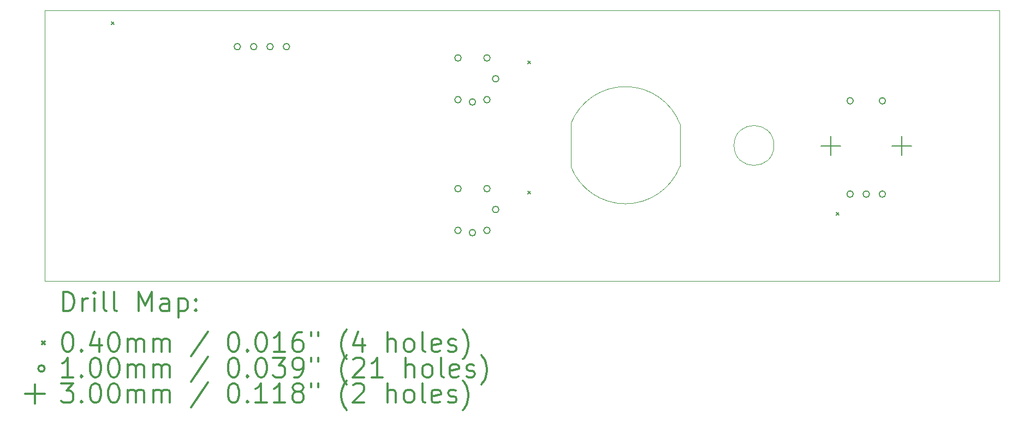
<source format=gbr>
%FSLAX45Y45*%
G04 Gerber Fmt 4.5, Leading zero omitted, Abs format (unit mm)*
G04 Created by KiCad (PCBNEW (5.1.6)-1) date 2025-05-28 07:42:37*
%MOMM*%
%LPD*%
G01*
G04 APERTURE LIST*
%TA.AperFunction,Profile*%
%ADD10C,0.050000*%
%TD*%
%ADD11C,0.200000*%
%ADD12C,0.300000*%
G04 APERTURE END LIST*
D10*
X15411450Y-9613900D02*
X15409837Y-8946519D01*
X17103763Y-9605562D02*
X17107255Y-8959850D01*
X17103763Y-9605562D02*
G75*
G02*
X15411450Y-9613900I-847763J321862D01*
G01*
X15409837Y-8946519D02*
G75*
G02*
X17107255Y-8959850I846163J-330831D01*
G01*
X18561050Y-9283700D02*
G75*
G03*
X18561050Y-9283700I-310000J0D01*
G01*
X7251700Y-7181850D02*
X7251700Y-11391900D01*
X22059900Y-7181850D02*
X7251700Y-7181850D01*
X22059900Y-11391900D02*
X22059900Y-7181850D01*
X7251700Y-11391900D02*
X22059900Y-11391900D01*
D11*
X8285800Y-7365050D02*
X8325800Y-7405050D01*
X8325800Y-7365050D02*
X8285800Y-7405050D01*
X14743750Y-7974650D02*
X14783750Y-8014650D01*
X14783750Y-7974650D02*
X14743750Y-8014650D01*
X14743750Y-9993950D02*
X14783750Y-10033950D01*
X14783750Y-9993950D02*
X14743750Y-10033950D01*
X19525300Y-10324150D02*
X19565300Y-10364150D01*
X19565300Y-10324150D02*
X19525300Y-10364150D01*
X13708850Y-9954500D02*
G75*
G03*
X13708850Y-9954500I-50000J0D01*
G01*
X13708850Y-10604500D02*
G75*
G03*
X13708850Y-10604500I-50000J0D01*
G01*
X13933850Y-10639500D02*
G75*
G03*
X13933850Y-10639500I-50000J0D01*
G01*
X14158850Y-9954500D02*
G75*
G03*
X14158850Y-9954500I-50000J0D01*
G01*
X14158850Y-10604500D02*
G75*
G03*
X14158850Y-10604500I-50000J0D01*
G01*
X14293850Y-10279500D02*
G75*
G03*
X14293850Y-10279500I-50000J0D01*
G01*
X10286200Y-7747750D02*
G75*
G03*
X10286200Y-7747750I-50000J0D01*
G01*
X10540200Y-7747750D02*
G75*
G03*
X10540200Y-7747750I-50000J0D01*
G01*
X10794200Y-7747750D02*
G75*
G03*
X10794200Y-7747750I-50000J0D01*
G01*
X11048200Y-7747750D02*
G75*
G03*
X11048200Y-7747750I-50000J0D01*
G01*
X13708850Y-7922500D02*
G75*
G03*
X13708850Y-7922500I-50000J0D01*
G01*
X13708850Y-8572500D02*
G75*
G03*
X13708850Y-8572500I-50000J0D01*
G01*
X13933850Y-8607500D02*
G75*
G03*
X13933850Y-8607500I-50000J0D01*
G01*
X14158850Y-7922500D02*
G75*
G03*
X14158850Y-7922500I-50000J0D01*
G01*
X14158850Y-8572500D02*
G75*
G03*
X14158850Y-8572500I-50000J0D01*
G01*
X14293850Y-8247500D02*
G75*
G03*
X14293850Y-8247500I-50000J0D01*
G01*
X19792150Y-8589350D02*
G75*
G03*
X19792150Y-8589350I-50000J0D01*
G01*
X19792150Y-10039350D02*
G75*
G03*
X19792150Y-10039350I-50000J0D01*
G01*
X20042150Y-10039350D02*
G75*
G03*
X20042150Y-10039350I-50000J0D01*
G01*
X20292150Y-8589350D02*
G75*
G03*
X20292150Y-8589350I-50000J0D01*
G01*
X20292150Y-10039350D02*
G75*
G03*
X20292150Y-10039350I-50000J0D01*
G01*
X19442150Y-9139267D02*
X19442150Y-9439434D01*
X19292067Y-9289350D02*
X19592234Y-9289350D01*
X20542150Y-9139267D02*
X20542150Y-9439434D01*
X20392067Y-9289350D02*
X20692234Y-9289350D01*
D12*
X7535628Y-11860114D02*
X7535628Y-11560114D01*
X7607057Y-11560114D01*
X7649914Y-11574400D01*
X7678486Y-11602971D01*
X7692771Y-11631543D01*
X7707057Y-11688686D01*
X7707057Y-11731543D01*
X7692771Y-11788686D01*
X7678486Y-11817257D01*
X7649914Y-11845829D01*
X7607057Y-11860114D01*
X7535628Y-11860114D01*
X7835628Y-11860114D02*
X7835628Y-11660114D01*
X7835628Y-11717257D02*
X7849914Y-11688686D01*
X7864200Y-11674400D01*
X7892771Y-11660114D01*
X7921343Y-11660114D01*
X8021343Y-11860114D02*
X8021343Y-11660114D01*
X8021343Y-11560114D02*
X8007057Y-11574400D01*
X8021343Y-11588686D01*
X8035628Y-11574400D01*
X8021343Y-11560114D01*
X8021343Y-11588686D01*
X8207057Y-11860114D02*
X8178486Y-11845829D01*
X8164200Y-11817257D01*
X8164200Y-11560114D01*
X8364200Y-11860114D02*
X8335628Y-11845829D01*
X8321343Y-11817257D01*
X8321343Y-11560114D01*
X8707057Y-11860114D02*
X8707057Y-11560114D01*
X8807057Y-11774400D01*
X8907057Y-11560114D01*
X8907057Y-11860114D01*
X9178486Y-11860114D02*
X9178486Y-11702971D01*
X9164200Y-11674400D01*
X9135628Y-11660114D01*
X9078486Y-11660114D01*
X9049914Y-11674400D01*
X9178486Y-11845829D02*
X9149914Y-11860114D01*
X9078486Y-11860114D01*
X9049914Y-11845829D01*
X9035628Y-11817257D01*
X9035628Y-11788686D01*
X9049914Y-11760114D01*
X9078486Y-11745829D01*
X9149914Y-11745829D01*
X9178486Y-11731543D01*
X9321343Y-11660114D02*
X9321343Y-11960114D01*
X9321343Y-11674400D02*
X9349914Y-11660114D01*
X9407057Y-11660114D01*
X9435628Y-11674400D01*
X9449914Y-11688686D01*
X9464200Y-11717257D01*
X9464200Y-11802971D01*
X9449914Y-11831543D01*
X9435628Y-11845829D01*
X9407057Y-11860114D01*
X9349914Y-11860114D01*
X9321343Y-11845829D01*
X9592771Y-11831543D02*
X9607057Y-11845829D01*
X9592771Y-11860114D01*
X9578486Y-11845829D01*
X9592771Y-11831543D01*
X9592771Y-11860114D01*
X9592771Y-11674400D02*
X9607057Y-11688686D01*
X9592771Y-11702971D01*
X9578486Y-11688686D01*
X9592771Y-11674400D01*
X9592771Y-11702971D01*
X7209200Y-12334400D02*
X7249200Y-12374400D01*
X7249200Y-12334400D02*
X7209200Y-12374400D01*
X7592771Y-12190114D02*
X7621343Y-12190114D01*
X7649914Y-12204400D01*
X7664200Y-12218686D01*
X7678486Y-12247257D01*
X7692771Y-12304400D01*
X7692771Y-12375829D01*
X7678486Y-12432971D01*
X7664200Y-12461543D01*
X7649914Y-12475829D01*
X7621343Y-12490114D01*
X7592771Y-12490114D01*
X7564200Y-12475829D01*
X7549914Y-12461543D01*
X7535628Y-12432971D01*
X7521343Y-12375829D01*
X7521343Y-12304400D01*
X7535628Y-12247257D01*
X7549914Y-12218686D01*
X7564200Y-12204400D01*
X7592771Y-12190114D01*
X7821343Y-12461543D02*
X7835628Y-12475829D01*
X7821343Y-12490114D01*
X7807057Y-12475829D01*
X7821343Y-12461543D01*
X7821343Y-12490114D01*
X8092771Y-12290114D02*
X8092771Y-12490114D01*
X8021343Y-12175829D02*
X7949914Y-12390114D01*
X8135628Y-12390114D01*
X8307057Y-12190114D02*
X8335628Y-12190114D01*
X8364200Y-12204400D01*
X8378486Y-12218686D01*
X8392771Y-12247257D01*
X8407057Y-12304400D01*
X8407057Y-12375829D01*
X8392771Y-12432971D01*
X8378486Y-12461543D01*
X8364200Y-12475829D01*
X8335628Y-12490114D01*
X8307057Y-12490114D01*
X8278486Y-12475829D01*
X8264200Y-12461543D01*
X8249914Y-12432971D01*
X8235628Y-12375829D01*
X8235628Y-12304400D01*
X8249914Y-12247257D01*
X8264200Y-12218686D01*
X8278486Y-12204400D01*
X8307057Y-12190114D01*
X8535628Y-12490114D02*
X8535628Y-12290114D01*
X8535628Y-12318686D02*
X8549914Y-12304400D01*
X8578486Y-12290114D01*
X8621343Y-12290114D01*
X8649914Y-12304400D01*
X8664200Y-12332971D01*
X8664200Y-12490114D01*
X8664200Y-12332971D02*
X8678486Y-12304400D01*
X8707057Y-12290114D01*
X8749914Y-12290114D01*
X8778486Y-12304400D01*
X8792771Y-12332971D01*
X8792771Y-12490114D01*
X8935628Y-12490114D02*
X8935628Y-12290114D01*
X8935628Y-12318686D02*
X8949914Y-12304400D01*
X8978486Y-12290114D01*
X9021343Y-12290114D01*
X9049914Y-12304400D01*
X9064200Y-12332971D01*
X9064200Y-12490114D01*
X9064200Y-12332971D02*
X9078486Y-12304400D01*
X9107057Y-12290114D01*
X9149914Y-12290114D01*
X9178486Y-12304400D01*
X9192771Y-12332971D01*
X9192771Y-12490114D01*
X9778486Y-12175829D02*
X9521343Y-12561543D01*
X10164200Y-12190114D02*
X10192771Y-12190114D01*
X10221343Y-12204400D01*
X10235628Y-12218686D01*
X10249914Y-12247257D01*
X10264200Y-12304400D01*
X10264200Y-12375829D01*
X10249914Y-12432971D01*
X10235628Y-12461543D01*
X10221343Y-12475829D01*
X10192771Y-12490114D01*
X10164200Y-12490114D01*
X10135628Y-12475829D01*
X10121343Y-12461543D01*
X10107057Y-12432971D01*
X10092771Y-12375829D01*
X10092771Y-12304400D01*
X10107057Y-12247257D01*
X10121343Y-12218686D01*
X10135628Y-12204400D01*
X10164200Y-12190114D01*
X10392771Y-12461543D02*
X10407057Y-12475829D01*
X10392771Y-12490114D01*
X10378486Y-12475829D01*
X10392771Y-12461543D01*
X10392771Y-12490114D01*
X10592771Y-12190114D02*
X10621343Y-12190114D01*
X10649914Y-12204400D01*
X10664200Y-12218686D01*
X10678486Y-12247257D01*
X10692771Y-12304400D01*
X10692771Y-12375829D01*
X10678486Y-12432971D01*
X10664200Y-12461543D01*
X10649914Y-12475829D01*
X10621343Y-12490114D01*
X10592771Y-12490114D01*
X10564200Y-12475829D01*
X10549914Y-12461543D01*
X10535628Y-12432971D01*
X10521343Y-12375829D01*
X10521343Y-12304400D01*
X10535628Y-12247257D01*
X10549914Y-12218686D01*
X10564200Y-12204400D01*
X10592771Y-12190114D01*
X10978486Y-12490114D02*
X10807057Y-12490114D01*
X10892771Y-12490114D02*
X10892771Y-12190114D01*
X10864200Y-12232971D01*
X10835628Y-12261543D01*
X10807057Y-12275829D01*
X11235628Y-12190114D02*
X11178486Y-12190114D01*
X11149914Y-12204400D01*
X11135628Y-12218686D01*
X11107057Y-12261543D01*
X11092771Y-12318686D01*
X11092771Y-12432971D01*
X11107057Y-12461543D01*
X11121343Y-12475829D01*
X11149914Y-12490114D01*
X11207057Y-12490114D01*
X11235628Y-12475829D01*
X11249914Y-12461543D01*
X11264200Y-12432971D01*
X11264200Y-12361543D01*
X11249914Y-12332971D01*
X11235628Y-12318686D01*
X11207057Y-12304400D01*
X11149914Y-12304400D01*
X11121343Y-12318686D01*
X11107057Y-12332971D01*
X11092771Y-12361543D01*
X11378486Y-12190114D02*
X11378486Y-12247257D01*
X11492771Y-12190114D02*
X11492771Y-12247257D01*
X11935628Y-12604400D02*
X11921343Y-12590114D01*
X11892771Y-12547257D01*
X11878486Y-12518686D01*
X11864200Y-12475829D01*
X11849914Y-12404400D01*
X11849914Y-12347257D01*
X11864200Y-12275829D01*
X11878486Y-12232971D01*
X11892771Y-12204400D01*
X11921343Y-12161543D01*
X11935628Y-12147257D01*
X12178486Y-12290114D02*
X12178486Y-12490114D01*
X12107057Y-12175829D02*
X12035628Y-12390114D01*
X12221343Y-12390114D01*
X12564200Y-12490114D02*
X12564200Y-12190114D01*
X12692771Y-12490114D02*
X12692771Y-12332971D01*
X12678486Y-12304400D01*
X12649914Y-12290114D01*
X12607057Y-12290114D01*
X12578486Y-12304400D01*
X12564200Y-12318686D01*
X12878486Y-12490114D02*
X12849914Y-12475829D01*
X12835628Y-12461543D01*
X12821343Y-12432971D01*
X12821343Y-12347257D01*
X12835628Y-12318686D01*
X12849914Y-12304400D01*
X12878486Y-12290114D01*
X12921343Y-12290114D01*
X12949914Y-12304400D01*
X12964200Y-12318686D01*
X12978486Y-12347257D01*
X12978486Y-12432971D01*
X12964200Y-12461543D01*
X12949914Y-12475829D01*
X12921343Y-12490114D01*
X12878486Y-12490114D01*
X13149914Y-12490114D02*
X13121343Y-12475829D01*
X13107057Y-12447257D01*
X13107057Y-12190114D01*
X13378486Y-12475829D02*
X13349914Y-12490114D01*
X13292771Y-12490114D01*
X13264200Y-12475829D01*
X13249914Y-12447257D01*
X13249914Y-12332971D01*
X13264200Y-12304400D01*
X13292771Y-12290114D01*
X13349914Y-12290114D01*
X13378486Y-12304400D01*
X13392771Y-12332971D01*
X13392771Y-12361543D01*
X13249914Y-12390114D01*
X13507057Y-12475829D02*
X13535628Y-12490114D01*
X13592771Y-12490114D01*
X13621343Y-12475829D01*
X13635628Y-12447257D01*
X13635628Y-12432971D01*
X13621343Y-12404400D01*
X13592771Y-12390114D01*
X13549914Y-12390114D01*
X13521343Y-12375829D01*
X13507057Y-12347257D01*
X13507057Y-12332971D01*
X13521343Y-12304400D01*
X13549914Y-12290114D01*
X13592771Y-12290114D01*
X13621343Y-12304400D01*
X13735628Y-12604400D02*
X13749914Y-12590114D01*
X13778486Y-12547257D01*
X13792771Y-12518686D01*
X13807057Y-12475829D01*
X13821343Y-12404400D01*
X13821343Y-12347257D01*
X13807057Y-12275829D01*
X13792771Y-12232971D01*
X13778486Y-12204400D01*
X13749914Y-12161543D01*
X13735628Y-12147257D01*
X7249200Y-12750400D02*
G75*
G03*
X7249200Y-12750400I-50000J0D01*
G01*
X7692771Y-12886114D02*
X7521343Y-12886114D01*
X7607057Y-12886114D02*
X7607057Y-12586114D01*
X7578486Y-12628971D01*
X7549914Y-12657543D01*
X7521343Y-12671829D01*
X7821343Y-12857543D02*
X7835628Y-12871829D01*
X7821343Y-12886114D01*
X7807057Y-12871829D01*
X7821343Y-12857543D01*
X7821343Y-12886114D01*
X8021343Y-12586114D02*
X8049914Y-12586114D01*
X8078486Y-12600400D01*
X8092771Y-12614686D01*
X8107057Y-12643257D01*
X8121343Y-12700400D01*
X8121343Y-12771829D01*
X8107057Y-12828971D01*
X8092771Y-12857543D01*
X8078486Y-12871829D01*
X8049914Y-12886114D01*
X8021343Y-12886114D01*
X7992771Y-12871829D01*
X7978486Y-12857543D01*
X7964200Y-12828971D01*
X7949914Y-12771829D01*
X7949914Y-12700400D01*
X7964200Y-12643257D01*
X7978486Y-12614686D01*
X7992771Y-12600400D01*
X8021343Y-12586114D01*
X8307057Y-12586114D02*
X8335628Y-12586114D01*
X8364200Y-12600400D01*
X8378486Y-12614686D01*
X8392771Y-12643257D01*
X8407057Y-12700400D01*
X8407057Y-12771829D01*
X8392771Y-12828971D01*
X8378486Y-12857543D01*
X8364200Y-12871829D01*
X8335628Y-12886114D01*
X8307057Y-12886114D01*
X8278486Y-12871829D01*
X8264200Y-12857543D01*
X8249914Y-12828971D01*
X8235628Y-12771829D01*
X8235628Y-12700400D01*
X8249914Y-12643257D01*
X8264200Y-12614686D01*
X8278486Y-12600400D01*
X8307057Y-12586114D01*
X8535628Y-12886114D02*
X8535628Y-12686114D01*
X8535628Y-12714686D02*
X8549914Y-12700400D01*
X8578486Y-12686114D01*
X8621343Y-12686114D01*
X8649914Y-12700400D01*
X8664200Y-12728971D01*
X8664200Y-12886114D01*
X8664200Y-12728971D02*
X8678486Y-12700400D01*
X8707057Y-12686114D01*
X8749914Y-12686114D01*
X8778486Y-12700400D01*
X8792771Y-12728971D01*
X8792771Y-12886114D01*
X8935628Y-12886114D02*
X8935628Y-12686114D01*
X8935628Y-12714686D02*
X8949914Y-12700400D01*
X8978486Y-12686114D01*
X9021343Y-12686114D01*
X9049914Y-12700400D01*
X9064200Y-12728971D01*
X9064200Y-12886114D01*
X9064200Y-12728971D02*
X9078486Y-12700400D01*
X9107057Y-12686114D01*
X9149914Y-12686114D01*
X9178486Y-12700400D01*
X9192771Y-12728971D01*
X9192771Y-12886114D01*
X9778486Y-12571829D02*
X9521343Y-12957543D01*
X10164200Y-12586114D02*
X10192771Y-12586114D01*
X10221343Y-12600400D01*
X10235628Y-12614686D01*
X10249914Y-12643257D01*
X10264200Y-12700400D01*
X10264200Y-12771829D01*
X10249914Y-12828971D01*
X10235628Y-12857543D01*
X10221343Y-12871829D01*
X10192771Y-12886114D01*
X10164200Y-12886114D01*
X10135628Y-12871829D01*
X10121343Y-12857543D01*
X10107057Y-12828971D01*
X10092771Y-12771829D01*
X10092771Y-12700400D01*
X10107057Y-12643257D01*
X10121343Y-12614686D01*
X10135628Y-12600400D01*
X10164200Y-12586114D01*
X10392771Y-12857543D02*
X10407057Y-12871829D01*
X10392771Y-12886114D01*
X10378486Y-12871829D01*
X10392771Y-12857543D01*
X10392771Y-12886114D01*
X10592771Y-12586114D02*
X10621343Y-12586114D01*
X10649914Y-12600400D01*
X10664200Y-12614686D01*
X10678486Y-12643257D01*
X10692771Y-12700400D01*
X10692771Y-12771829D01*
X10678486Y-12828971D01*
X10664200Y-12857543D01*
X10649914Y-12871829D01*
X10621343Y-12886114D01*
X10592771Y-12886114D01*
X10564200Y-12871829D01*
X10549914Y-12857543D01*
X10535628Y-12828971D01*
X10521343Y-12771829D01*
X10521343Y-12700400D01*
X10535628Y-12643257D01*
X10549914Y-12614686D01*
X10564200Y-12600400D01*
X10592771Y-12586114D01*
X10792771Y-12586114D02*
X10978486Y-12586114D01*
X10878486Y-12700400D01*
X10921343Y-12700400D01*
X10949914Y-12714686D01*
X10964200Y-12728971D01*
X10978486Y-12757543D01*
X10978486Y-12828971D01*
X10964200Y-12857543D01*
X10949914Y-12871829D01*
X10921343Y-12886114D01*
X10835628Y-12886114D01*
X10807057Y-12871829D01*
X10792771Y-12857543D01*
X11121343Y-12886114D02*
X11178486Y-12886114D01*
X11207057Y-12871829D01*
X11221343Y-12857543D01*
X11249914Y-12814686D01*
X11264200Y-12757543D01*
X11264200Y-12643257D01*
X11249914Y-12614686D01*
X11235628Y-12600400D01*
X11207057Y-12586114D01*
X11149914Y-12586114D01*
X11121343Y-12600400D01*
X11107057Y-12614686D01*
X11092771Y-12643257D01*
X11092771Y-12714686D01*
X11107057Y-12743257D01*
X11121343Y-12757543D01*
X11149914Y-12771829D01*
X11207057Y-12771829D01*
X11235628Y-12757543D01*
X11249914Y-12743257D01*
X11264200Y-12714686D01*
X11378486Y-12586114D02*
X11378486Y-12643257D01*
X11492771Y-12586114D02*
X11492771Y-12643257D01*
X11935628Y-13000400D02*
X11921343Y-12986114D01*
X11892771Y-12943257D01*
X11878486Y-12914686D01*
X11864200Y-12871829D01*
X11849914Y-12800400D01*
X11849914Y-12743257D01*
X11864200Y-12671829D01*
X11878486Y-12628971D01*
X11892771Y-12600400D01*
X11921343Y-12557543D01*
X11935628Y-12543257D01*
X12035628Y-12614686D02*
X12049914Y-12600400D01*
X12078486Y-12586114D01*
X12149914Y-12586114D01*
X12178486Y-12600400D01*
X12192771Y-12614686D01*
X12207057Y-12643257D01*
X12207057Y-12671829D01*
X12192771Y-12714686D01*
X12021343Y-12886114D01*
X12207057Y-12886114D01*
X12492771Y-12886114D02*
X12321343Y-12886114D01*
X12407057Y-12886114D02*
X12407057Y-12586114D01*
X12378486Y-12628971D01*
X12349914Y-12657543D01*
X12321343Y-12671829D01*
X12849914Y-12886114D02*
X12849914Y-12586114D01*
X12978486Y-12886114D02*
X12978486Y-12728971D01*
X12964200Y-12700400D01*
X12935628Y-12686114D01*
X12892771Y-12686114D01*
X12864200Y-12700400D01*
X12849914Y-12714686D01*
X13164200Y-12886114D02*
X13135628Y-12871829D01*
X13121343Y-12857543D01*
X13107057Y-12828971D01*
X13107057Y-12743257D01*
X13121343Y-12714686D01*
X13135628Y-12700400D01*
X13164200Y-12686114D01*
X13207057Y-12686114D01*
X13235628Y-12700400D01*
X13249914Y-12714686D01*
X13264200Y-12743257D01*
X13264200Y-12828971D01*
X13249914Y-12857543D01*
X13235628Y-12871829D01*
X13207057Y-12886114D01*
X13164200Y-12886114D01*
X13435628Y-12886114D02*
X13407057Y-12871829D01*
X13392771Y-12843257D01*
X13392771Y-12586114D01*
X13664200Y-12871829D02*
X13635628Y-12886114D01*
X13578486Y-12886114D01*
X13549914Y-12871829D01*
X13535628Y-12843257D01*
X13535628Y-12728971D01*
X13549914Y-12700400D01*
X13578486Y-12686114D01*
X13635628Y-12686114D01*
X13664200Y-12700400D01*
X13678486Y-12728971D01*
X13678486Y-12757543D01*
X13535628Y-12786114D01*
X13792771Y-12871829D02*
X13821343Y-12886114D01*
X13878486Y-12886114D01*
X13907057Y-12871829D01*
X13921343Y-12843257D01*
X13921343Y-12828971D01*
X13907057Y-12800400D01*
X13878486Y-12786114D01*
X13835628Y-12786114D01*
X13807057Y-12771829D01*
X13792771Y-12743257D01*
X13792771Y-12728971D01*
X13807057Y-12700400D01*
X13835628Y-12686114D01*
X13878486Y-12686114D01*
X13907057Y-12700400D01*
X14021343Y-13000400D02*
X14035628Y-12986114D01*
X14064200Y-12943257D01*
X14078486Y-12914686D01*
X14092771Y-12871829D01*
X14107057Y-12800400D01*
X14107057Y-12743257D01*
X14092771Y-12671829D01*
X14078486Y-12628971D01*
X14064200Y-12600400D01*
X14035628Y-12557543D01*
X14021343Y-12543257D01*
X7099116Y-12996317D02*
X7099116Y-13296484D01*
X6949033Y-13146400D02*
X7249200Y-13146400D01*
X7507057Y-12982114D02*
X7692771Y-12982114D01*
X7592771Y-13096400D01*
X7635628Y-13096400D01*
X7664200Y-13110686D01*
X7678486Y-13124971D01*
X7692771Y-13153543D01*
X7692771Y-13224971D01*
X7678486Y-13253543D01*
X7664200Y-13267829D01*
X7635628Y-13282114D01*
X7549914Y-13282114D01*
X7521343Y-13267829D01*
X7507057Y-13253543D01*
X7821343Y-13253543D02*
X7835628Y-13267829D01*
X7821343Y-13282114D01*
X7807057Y-13267829D01*
X7821343Y-13253543D01*
X7821343Y-13282114D01*
X8021343Y-12982114D02*
X8049914Y-12982114D01*
X8078486Y-12996400D01*
X8092771Y-13010686D01*
X8107057Y-13039257D01*
X8121343Y-13096400D01*
X8121343Y-13167829D01*
X8107057Y-13224971D01*
X8092771Y-13253543D01*
X8078486Y-13267829D01*
X8049914Y-13282114D01*
X8021343Y-13282114D01*
X7992771Y-13267829D01*
X7978486Y-13253543D01*
X7964200Y-13224971D01*
X7949914Y-13167829D01*
X7949914Y-13096400D01*
X7964200Y-13039257D01*
X7978486Y-13010686D01*
X7992771Y-12996400D01*
X8021343Y-12982114D01*
X8307057Y-12982114D02*
X8335628Y-12982114D01*
X8364200Y-12996400D01*
X8378486Y-13010686D01*
X8392771Y-13039257D01*
X8407057Y-13096400D01*
X8407057Y-13167829D01*
X8392771Y-13224971D01*
X8378486Y-13253543D01*
X8364200Y-13267829D01*
X8335628Y-13282114D01*
X8307057Y-13282114D01*
X8278486Y-13267829D01*
X8264200Y-13253543D01*
X8249914Y-13224971D01*
X8235628Y-13167829D01*
X8235628Y-13096400D01*
X8249914Y-13039257D01*
X8264200Y-13010686D01*
X8278486Y-12996400D01*
X8307057Y-12982114D01*
X8535628Y-13282114D02*
X8535628Y-13082114D01*
X8535628Y-13110686D02*
X8549914Y-13096400D01*
X8578486Y-13082114D01*
X8621343Y-13082114D01*
X8649914Y-13096400D01*
X8664200Y-13124971D01*
X8664200Y-13282114D01*
X8664200Y-13124971D02*
X8678486Y-13096400D01*
X8707057Y-13082114D01*
X8749914Y-13082114D01*
X8778486Y-13096400D01*
X8792771Y-13124971D01*
X8792771Y-13282114D01*
X8935628Y-13282114D02*
X8935628Y-13082114D01*
X8935628Y-13110686D02*
X8949914Y-13096400D01*
X8978486Y-13082114D01*
X9021343Y-13082114D01*
X9049914Y-13096400D01*
X9064200Y-13124971D01*
X9064200Y-13282114D01*
X9064200Y-13124971D02*
X9078486Y-13096400D01*
X9107057Y-13082114D01*
X9149914Y-13082114D01*
X9178486Y-13096400D01*
X9192771Y-13124971D01*
X9192771Y-13282114D01*
X9778486Y-12967829D02*
X9521343Y-13353543D01*
X10164200Y-12982114D02*
X10192771Y-12982114D01*
X10221343Y-12996400D01*
X10235628Y-13010686D01*
X10249914Y-13039257D01*
X10264200Y-13096400D01*
X10264200Y-13167829D01*
X10249914Y-13224971D01*
X10235628Y-13253543D01*
X10221343Y-13267829D01*
X10192771Y-13282114D01*
X10164200Y-13282114D01*
X10135628Y-13267829D01*
X10121343Y-13253543D01*
X10107057Y-13224971D01*
X10092771Y-13167829D01*
X10092771Y-13096400D01*
X10107057Y-13039257D01*
X10121343Y-13010686D01*
X10135628Y-12996400D01*
X10164200Y-12982114D01*
X10392771Y-13253543D02*
X10407057Y-13267829D01*
X10392771Y-13282114D01*
X10378486Y-13267829D01*
X10392771Y-13253543D01*
X10392771Y-13282114D01*
X10692771Y-13282114D02*
X10521343Y-13282114D01*
X10607057Y-13282114D02*
X10607057Y-12982114D01*
X10578486Y-13024971D01*
X10549914Y-13053543D01*
X10521343Y-13067829D01*
X10978486Y-13282114D02*
X10807057Y-13282114D01*
X10892771Y-13282114D02*
X10892771Y-12982114D01*
X10864200Y-13024971D01*
X10835628Y-13053543D01*
X10807057Y-13067829D01*
X11149914Y-13110686D02*
X11121343Y-13096400D01*
X11107057Y-13082114D01*
X11092771Y-13053543D01*
X11092771Y-13039257D01*
X11107057Y-13010686D01*
X11121343Y-12996400D01*
X11149914Y-12982114D01*
X11207057Y-12982114D01*
X11235628Y-12996400D01*
X11249914Y-13010686D01*
X11264200Y-13039257D01*
X11264200Y-13053543D01*
X11249914Y-13082114D01*
X11235628Y-13096400D01*
X11207057Y-13110686D01*
X11149914Y-13110686D01*
X11121343Y-13124971D01*
X11107057Y-13139257D01*
X11092771Y-13167829D01*
X11092771Y-13224971D01*
X11107057Y-13253543D01*
X11121343Y-13267829D01*
X11149914Y-13282114D01*
X11207057Y-13282114D01*
X11235628Y-13267829D01*
X11249914Y-13253543D01*
X11264200Y-13224971D01*
X11264200Y-13167829D01*
X11249914Y-13139257D01*
X11235628Y-13124971D01*
X11207057Y-13110686D01*
X11378486Y-12982114D02*
X11378486Y-13039257D01*
X11492771Y-12982114D02*
X11492771Y-13039257D01*
X11935628Y-13396400D02*
X11921343Y-13382114D01*
X11892771Y-13339257D01*
X11878486Y-13310686D01*
X11864200Y-13267829D01*
X11849914Y-13196400D01*
X11849914Y-13139257D01*
X11864200Y-13067829D01*
X11878486Y-13024971D01*
X11892771Y-12996400D01*
X11921343Y-12953543D01*
X11935628Y-12939257D01*
X12035628Y-13010686D02*
X12049914Y-12996400D01*
X12078486Y-12982114D01*
X12149914Y-12982114D01*
X12178486Y-12996400D01*
X12192771Y-13010686D01*
X12207057Y-13039257D01*
X12207057Y-13067829D01*
X12192771Y-13110686D01*
X12021343Y-13282114D01*
X12207057Y-13282114D01*
X12564200Y-13282114D02*
X12564200Y-12982114D01*
X12692771Y-13282114D02*
X12692771Y-13124971D01*
X12678486Y-13096400D01*
X12649914Y-13082114D01*
X12607057Y-13082114D01*
X12578486Y-13096400D01*
X12564200Y-13110686D01*
X12878486Y-13282114D02*
X12849914Y-13267829D01*
X12835628Y-13253543D01*
X12821343Y-13224971D01*
X12821343Y-13139257D01*
X12835628Y-13110686D01*
X12849914Y-13096400D01*
X12878486Y-13082114D01*
X12921343Y-13082114D01*
X12949914Y-13096400D01*
X12964200Y-13110686D01*
X12978486Y-13139257D01*
X12978486Y-13224971D01*
X12964200Y-13253543D01*
X12949914Y-13267829D01*
X12921343Y-13282114D01*
X12878486Y-13282114D01*
X13149914Y-13282114D02*
X13121343Y-13267829D01*
X13107057Y-13239257D01*
X13107057Y-12982114D01*
X13378486Y-13267829D02*
X13349914Y-13282114D01*
X13292771Y-13282114D01*
X13264200Y-13267829D01*
X13249914Y-13239257D01*
X13249914Y-13124971D01*
X13264200Y-13096400D01*
X13292771Y-13082114D01*
X13349914Y-13082114D01*
X13378486Y-13096400D01*
X13392771Y-13124971D01*
X13392771Y-13153543D01*
X13249914Y-13182114D01*
X13507057Y-13267829D02*
X13535628Y-13282114D01*
X13592771Y-13282114D01*
X13621343Y-13267829D01*
X13635628Y-13239257D01*
X13635628Y-13224971D01*
X13621343Y-13196400D01*
X13592771Y-13182114D01*
X13549914Y-13182114D01*
X13521343Y-13167829D01*
X13507057Y-13139257D01*
X13507057Y-13124971D01*
X13521343Y-13096400D01*
X13549914Y-13082114D01*
X13592771Y-13082114D01*
X13621343Y-13096400D01*
X13735628Y-13396400D02*
X13749914Y-13382114D01*
X13778486Y-13339257D01*
X13792771Y-13310686D01*
X13807057Y-13267829D01*
X13821343Y-13196400D01*
X13821343Y-13139257D01*
X13807057Y-13067829D01*
X13792771Y-13024971D01*
X13778486Y-12996400D01*
X13749914Y-12953543D01*
X13735628Y-12939257D01*
M02*

</source>
